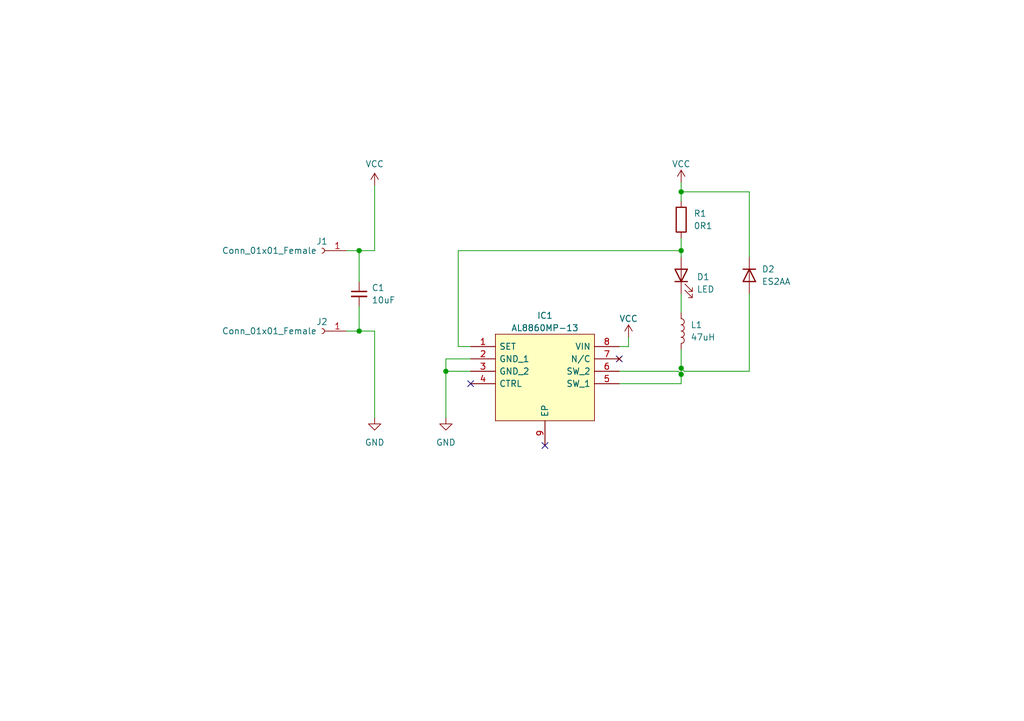
<source format=kicad_sch>
(kicad_sch (version 20211123) (generator eeschema)

  (uuid ec7c678a-5876-40cf-bb9f-ffd42ac4e6e2)

  (paper "A5")

  (lib_symbols
    (symbol "Connector:Conn_01x01_Female" (pin_names (offset 1.016) hide) (in_bom yes) (on_board yes)
      (property "Reference" "J" (id 0) (at 0 2.54 0)
        (effects (font (size 1.27 1.27)))
      )
      (property "Value" "Conn_01x01_Female" (id 1) (at 0 -2.54 0)
        (effects (font (size 1.27 1.27)))
      )
      (property "Footprint" "" (id 2) (at 0 0 0)
        (effects (font (size 1.27 1.27)) hide)
      )
      (property "Datasheet" "~" (id 3) (at 0 0 0)
        (effects (font (size 1.27 1.27)) hide)
      )
      (property "ki_keywords" "connector" (id 4) (at 0 0 0)
        (effects (font (size 1.27 1.27)) hide)
      )
      (property "ki_description" "Generic connector, single row, 01x01, script generated (kicad-library-utils/schlib/autogen/connector/)" (id 5) (at 0 0 0)
        (effects (font (size 1.27 1.27)) hide)
      )
      (property "ki_fp_filters" "Connector*:*" (id 6) (at 0 0 0)
        (effects (font (size 1.27 1.27)) hide)
      )
      (symbol "Conn_01x01_Female_1_1"
        (polyline
          (pts
            (xy -1.27 0)
            (xy -0.508 0)
          )
          (stroke (width 0.1524) (type default) (color 0 0 0 0))
          (fill (type none))
        )
        (arc (start 0 0.508) (mid -0.508 0) (end 0 -0.508)
          (stroke (width 0.1524) (type default) (color 0 0 0 0))
          (fill (type none))
        )
        (pin passive line (at -5.08 0 0) (length 3.81)
          (name "Pin_1" (effects (font (size 1.27 1.27))))
          (number "1" (effects (font (size 1.27 1.27))))
        )
      )
    )
    (symbol "Device:C_Small" (pin_numbers hide) (pin_names (offset 0.254) hide) (in_bom yes) (on_board yes)
      (property "Reference" "C" (id 0) (at 0.254 1.778 0)
        (effects (font (size 1.27 1.27)) (justify left))
      )
      (property "Value" "C_Small" (id 1) (at 0.254 -2.032 0)
        (effects (font (size 1.27 1.27)) (justify left))
      )
      (property "Footprint" "" (id 2) (at 0 0 0)
        (effects (font (size 1.27 1.27)) hide)
      )
      (property "Datasheet" "~" (id 3) (at 0 0 0)
        (effects (font (size 1.27 1.27)) hide)
      )
      (property "ki_keywords" "capacitor cap" (id 4) (at 0 0 0)
        (effects (font (size 1.27 1.27)) hide)
      )
      (property "ki_description" "Unpolarized capacitor, small symbol" (id 5) (at 0 0 0)
        (effects (font (size 1.27 1.27)) hide)
      )
      (property "ki_fp_filters" "C_*" (id 6) (at 0 0 0)
        (effects (font (size 1.27 1.27)) hide)
      )
      (symbol "C_Small_0_1"
        (polyline
          (pts
            (xy -1.524 -0.508)
            (xy 1.524 -0.508)
          )
          (stroke (width 0.3302) (type default) (color 0 0 0 0))
          (fill (type none))
        )
        (polyline
          (pts
            (xy -1.524 0.508)
            (xy 1.524 0.508)
          )
          (stroke (width 0.3048) (type default) (color 0 0 0 0))
          (fill (type none))
        )
      )
      (symbol "C_Small_1_1"
        (pin passive line (at 0 2.54 270) (length 2.032)
          (name "~" (effects (font (size 1.27 1.27))))
          (number "1" (effects (font (size 1.27 1.27))))
        )
        (pin passive line (at 0 -2.54 90) (length 2.032)
          (name "~" (effects (font (size 1.27 1.27))))
          (number "2" (effects (font (size 1.27 1.27))))
        )
      )
    )
    (symbol "Device:D" (pin_numbers hide) (pin_names (offset 1.016) hide) (in_bom yes) (on_board yes)
      (property "Reference" "D" (id 0) (at 0 2.54 0)
        (effects (font (size 1.27 1.27)))
      )
      (property "Value" "D" (id 1) (at 0 -2.54 0)
        (effects (font (size 1.27 1.27)))
      )
      (property "Footprint" "" (id 2) (at 0 0 0)
        (effects (font (size 1.27 1.27)) hide)
      )
      (property "Datasheet" "~" (id 3) (at 0 0 0)
        (effects (font (size 1.27 1.27)) hide)
      )
      (property "ki_keywords" "diode" (id 4) (at 0 0 0)
        (effects (font (size 1.27 1.27)) hide)
      )
      (property "ki_description" "Diode" (id 5) (at 0 0 0)
        (effects (font (size 1.27 1.27)) hide)
      )
      (property "ki_fp_filters" "TO-???* *_Diode_* *SingleDiode* D_*" (id 6) (at 0 0 0)
        (effects (font (size 1.27 1.27)) hide)
      )
      (symbol "D_0_1"
        (polyline
          (pts
            (xy -1.27 1.27)
            (xy -1.27 -1.27)
          )
          (stroke (width 0.254) (type default) (color 0 0 0 0))
          (fill (type none))
        )
        (polyline
          (pts
            (xy 1.27 0)
            (xy -1.27 0)
          )
          (stroke (width 0) (type default) (color 0 0 0 0))
          (fill (type none))
        )
        (polyline
          (pts
            (xy 1.27 1.27)
            (xy 1.27 -1.27)
            (xy -1.27 0)
            (xy 1.27 1.27)
          )
          (stroke (width 0.254) (type default) (color 0 0 0 0))
          (fill (type none))
        )
      )
      (symbol "D_1_1"
        (pin passive line (at -3.81 0 0) (length 2.54)
          (name "K" (effects (font (size 1.27 1.27))))
          (number "1" (effects (font (size 1.27 1.27))))
        )
        (pin passive line (at 3.81 0 180) (length 2.54)
          (name "A" (effects (font (size 1.27 1.27))))
          (number "2" (effects (font (size 1.27 1.27))))
        )
      )
    )
    (symbol "Device:L" (pin_numbers hide) (pin_names (offset 1.016) hide) (in_bom yes) (on_board yes)
      (property "Reference" "L" (id 0) (at -1.27 0 90)
        (effects (font (size 1.27 1.27)))
      )
      (property "Value" "L" (id 1) (at 1.905 0 90)
        (effects (font (size 1.27 1.27)))
      )
      (property "Footprint" "" (id 2) (at 0 0 0)
        (effects (font (size 1.27 1.27)) hide)
      )
      (property "Datasheet" "~" (id 3) (at 0 0 0)
        (effects (font (size 1.27 1.27)) hide)
      )
      (property "ki_keywords" "inductor choke coil reactor magnetic" (id 4) (at 0 0 0)
        (effects (font (size 1.27 1.27)) hide)
      )
      (property "ki_description" "Inductor" (id 5) (at 0 0 0)
        (effects (font (size 1.27 1.27)) hide)
      )
      (property "ki_fp_filters" "Choke_* *Coil* Inductor_* L_*" (id 6) (at 0 0 0)
        (effects (font (size 1.27 1.27)) hide)
      )
      (symbol "L_0_1"
        (arc (start 0 -2.54) (mid 0.635 -1.905) (end 0 -1.27)
          (stroke (width 0) (type default) (color 0 0 0 0))
          (fill (type none))
        )
        (arc (start 0 -1.27) (mid 0.635 -0.635) (end 0 0)
          (stroke (width 0) (type default) (color 0 0 0 0))
          (fill (type none))
        )
        (arc (start 0 0) (mid 0.635 0.635) (end 0 1.27)
          (stroke (width 0) (type default) (color 0 0 0 0))
          (fill (type none))
        )
        (arc (start 0 1.27) (mid 0.635 1.905) (end 0 2.54)
          (stroke (width 0) (type default) (color 0 0 0 0))
          (fill (type none))
        )
      )
      (symbol "L_1_1"
        (pin passive line (at 0 3.81 270) (length 1.27)
          (name "1" (effects (font (size 1.27 1.27))))
          (number "1" (effects (font (size 1.27 1.27))))
        )
        (pin passive line (at 0 -3.81 90) (length 1.27)
          (name "2" (effects (font (size 1.27 1.27))))
          (number "2" (effects (font (size 1.27 1.27))))
        )
      )
    )
    (symbol "Device:LED" (pin_numbers hide) (pin_names (offset 1.016) hide) (in_bom yes) (on_board yes)
      (property "Reference" "D" (id 0) (at 0 2.54 0)
        (effects (font (size 1.27 1.27)))
      )
      (property "Value" "LED" (id 1) (at 0 -2.54 0)
        (effects (font (size 1.27 1.27)))
      )
      (property "Footprint" "" (id 2) (at 0 0 0)
        (effects (font (size 1.27 1.27)) hide)
      )
      (property "Datasheet" "~" (id 3) (at 0 0 0)
        (effects (font (size 1.27 1.27)) hide)
      )
      (property "ki_keywords" "LED diode" (id 4) (at 0 0 0)
        (effects (font (size 1.27 1.27)) hide)
      )
      (property "ki_description" "Light emitting diode" (id 5) (at 0 0 0)
        (effects (font (size 1.27 1.27)) hide)
      )
      (property "ki_fp_filters" "LED* LED_SMD:* LED_THT:*" (id 6) (at 0 0 0)
        (effects (font (size 1.27 1.27)) hide)
      )
      (symbol "LED_0_1"
        (polyline
          (pts
            (xy -1.27 -1.27)
            (xy -1.27 1.27)
          )
          (stroke (width 0.254) (type default) (color 0 0 0 0))
          (fill (type none))
        )
        (polyline
          (pts
            (xy -1.27 0)
            (xy 1.27 0)
          )
          (stroke (width 0) (type default) (color 0 0 0 0))
          (fill (type none))
        )
        (polyline
          (pts
            (xy 1.27 -1.27)
            (xy 1.27 1.27)
            (xy -1.27 0)
            (xy 1.27 -1.27)
          )
          (stroke (width 0.254) (type default) (color 0 0 0 0))
          (fill (type none))
        )
        (polyline
          (pts
            (xy -3.048 -0.762)
            (xy -4.572 -2.286)
            (xy -3.81 -2.286)
            (xy -4.572 -2.286)
            (xy -4.572 -1.524)
          )
          (stroke (width 0) (type default) (color 0 0 0 0))
          (fill (type none))
        )
        (polyline
          (pts
            (xy -1.778 -0.762)
            (xy -3.302 -2.286)
            (xy -2.54 -2.286)
            (xy -3.302 -2.286)
            (xy -3.302 -1.524)
          )
          (stroke (width 0) (type default) (color 0 0 0 0))
          (fill (type none))
        )
      )
      (symbol "LED_1_1"
        (pin passive line (at -3.81 0 0) (length 2.54)
          (name "K" (effects (font (size 1.27 1.27))))
          (number "1" (effects (font (size 1.27 1.27))))
        )
        (pin passive line (at 3.81 0 180) (length 2.54)
          (name "A" (effects (font (size 1.27 1.27))))
          (number "2" (effects (font (size 1.27 1.27))))
        )
      )
    )
    (symbol "Device:R" (pin_numbers hide) (pin_names (offset 0)) (in_bom yes) (on_board yes)
      (property "Reference" "R" (id 0) (at 2.032 0 90)
        (effects (font (size 1.27 1.27)))
      )
      (property "Value" "R" (id 1) (at 0 0 90)
        (effects (font (size 1.27 1.27)))
      )
      (property "Footprint" "" (id 2) (at -1.778 0 90)
        (effects (font (size 1.27 1.27)) hide)
      )
      (property "Datasheet" "~" (id 3) (at 0 0 0)
        (effects (font (size 1.27 1.27)) hide)
      )
      (property "ki_keywords" "R res resistor" (id 4) (at 0 0 0)
        (effects (font (size 1.27 1.27)) hide)
      )
      (property "ki_description" "Resistor" (id 5) (at 0 0 0)
        (effects (font (size 1.27 1.27)) hide)
      )
      (property "ki_fp_filters" "R_*" (id 6) (at 0 0 0)
        (effects (font (size 1.27 1.27)) hide)
      )
      (symbol "R_0_1"
        (rectangle (start -1.016 -2.54) (end 1.016 2.54)
          (stroke (width 0.254) (type default) (color 0 0 0 0))
          (fill (type none))
        )
      )
      (symbol "R_1_1"
        (pin passive line (at 0 3.81 270) (length 1.27)
          (name "~" (effects (font (size 1.27 1.27))))
          (number "1" (effects (font (size 1.27 1.27))))
        )
        (pin passive line (at 0 -3.81 90) (length 1.27)
          (name "~" (effects (font (size 1.27 1.27))))
          (number "2" (effects (font (size 1.27 1.27))))
        )
      )
    )
    (symbol "New_Library:AL8860MP-13" (pin_names (offset 0.762)) (in_bom yes) (on_board yes)
      (property "Reference" "IC" (id 0) (at 26.67 7.62 0)
        (effects (font (size 1.27 1.27)) (justify left))
      )
      (property "Value" "AL8860MP-13" (id 1) (at 26.67 5.08 0)
        (effects (font (size 1.27 1.27)) (justify left))
      )
      (property "Footprint" "SOP65P490X110-9N" (id 2) (at 33.655 1.905 0)
        (effects (font (size 1.27 1.27)) (justify left) hide)
      )
      (property "Datasheet" "https://componentsearchengine.com/Datasheets/1/AL8860MP-13.pdf" (id 3) (at 33.655 0 0)
        (effects (font (size 1.27 1.27)) (justify left) hide)
      )
      (property "Description" "LED Lighting Drivers LED MV Int Switch" (id 4) (at 33.655 -2.54 0)
        (effects (font (size 1.27 1.27)) (justify left) hide)
      )
      (property "Manufacturer_Name" "Diodes Inc." (id 5) (at 33.655 -5.08 0)
        (effects (font (size 1.27 1.27)) (justify left) hide)
      )
      (property "Manufacturer_Part_Number" "AL8860MP-13" (id 6) (at 33.655 -7.62 0)
        (effects (font (size 1.27 1.27)) (justify left) hide)
      )
      (property "ki_description" "LED Lighting Drivers LED MV Int Switch" (id 7) (at 0 0 0)
        (effects (font (size 1.27 1.27)) hide)
      )
      (symbol "AL8860MP-13_0_0"
        (pin input line (at 0 0 0) (length 5.08)
          (name "SET" (effects (font (size 1.27 1.27))))
          (number "1" (effects (font (size 1.27 1.27))))
        )
        (pin power_in line (at 0 -2.54 0) (length 5.08)
          (name "GND_1" (effects (font (size 1.27 1.27))))
          (number "2" (effects (font (size 1.27 1.27))))
        )
        (pin power_in line (at 0 -5.08 0) (length 5.08)
          (name "GND_2" (effects (font (size 1.27 1.27))))
          (number "3" (effects (font (size 1.27 1.27))))
        )
        (pin input line (at 0 -7.62 0) (length 5.08)
          (name "CTRL" (effects (font (size 1.27 1.27))))
          (number "4" (effects (font (size 1.27 1.27))))
        )
        (pin passive line (at 30.48 -7.62 180) (length 5.08)
          (name "SW_1" (effects (font (size 1.27 1.27))))
          (number "5" (effects (font (size 1.27 1.27))))
        )
        (pin passive line (at 30.48 -5.08 180) (length 5.08)
          (name "SW_2" (effects (font (size 1.27 1.27))))
          (number "6" (effects (font (size 1.27 1.27))))
        )
        (pin no_connect line (at 30.48 -2.54 180) (length 5.08)
          (name "N/C" (effects (font (size 1.27 1.27))))
          (number "7" (effects (font (size 1.27 1.27))))
        )
        (pin power_in line (at 30.48 0 180) (length 5.08)
          (name "VIN" (effects (font (size 1.27 1.27))))
          (number "8" (effects (font (size 1.27 1.27))))
        )
        (pin passive line (at 15.24 -20.32 90) (length 5.08)
          (name "EP" (effects (font (size 1.27 1.27))))
          (number "9" (effects (font (size 1.27 1.27))))
        )
      )
      (symbol "AL8860MP-13_0_1"
        (polyline
          (pts
            (xy 5.08 2.54)
            (xy 25.4 2.54)
            (xy 25.4 -15.24)
            (xy 5.08 -15.24)
            (xy 5.08 2.54)
          )
          (stroke (width 0.1524) (type default) (color 0 0 0 0))
          (fill (type background))
        )
      )
    )
    (symbol "power:GND" (power) (pin_names (offset 0)) (in_bom yes) (on_board yes)
      (property "Reference" "#PWR" (id 0) (at 0 -6.35 0)
        (effects (font (size 1.27 1.27)) hide)
      )
      (property "Value" "GND" (id 1) (at 0 -3.81 0)
        (effects (font (size 1.27 1.27)))
      )
      (property "Footprint" "" (id 2) (at 0 0 0)
        (effects (font (size 1.27 1.27)) hide)
      )
      (property "Datasheet" "" (id 3) (at 0 0 0)
        (effects (font (size 1.27 1.27)) hide)
      )
      (property "ki_keywords" "power-flag" (id 4) (at 0 0 0)
        (effects (font (size 1.27 1.27)) hide)
      )
      (property "ki_description" "Power symbol creates a global label with name \"GND\" , ground" (id 5) (at 0 0 0)
        (effects (font (size 1.27 1.27)) hide)
      )
      (symbol "GND_0_1"
        (polyline
          (pts
            (xy 0 0)
            (xy 0 -1.27)
            (xy 1.27 -1.27)
            (xy 0 -2.54)
            (xy -1.27 -1.27)
            (xy 0 -1.27)
          )
          (stroke (width 0) (type default) (color 0 0 0 0))
          (fill (type none))
        )
      )
      (symbol "GND_1_1"
        (pin power_in line (at 0 0 270) (length 0) hide
          (name "GND" (effects (font (size 1.27 1.27))))
          (number "1" (effects (font (size 1.27 1.27))))
        )
      )
    )
    (symbol "power:VCC" (power) (pin_names (offset 0)) (in_bom yes) (on_board yes)
      (property "Reference" "#PWR" (id 0) (at 0 -3.81 0)
        (effects (font (size 1.27 1.27)) hide)
      )
      (property "Value" "VCC" (id 1) (at 0 3.81 0)
        (effects (font (size 1.27 1.27)))
      )
      (property "Footprint" "" (id 2) (at 0 0 0)
        (effects (font (size 1.27 1.27)) hide)
      )
      (property "Datasheet" "" (id 3) (at 0 0 0)
        (effects (font (size 1.27 1.27)) hide)
      )
      (property "ki_keywords" "power-flag" (id 4) (at 0 0 0)
        (effects (font (size 1.27 1.27)) hide)
      )
      (property "ki_description" "Power symbol creates a global label with name \"VCC\"" (id 5) (at 0 0 0)
        (effects (font (size 1.27 1.27)) hide)
      )
      (symbol "VCC_0_1"
        (polyline
          (pts
            (xy -0.762 1.27)
            (xy 0 2.54)
          )
          (stroke (width 0) (type default) (color 0 0 0 0))
          (fill (type none))
        )
        (polyline
          (pts
            (xy 0 0)
            (xy 0 2.54)
          )
          (stroke (width 0) (type default) (color 0 0 0 0))
          (fill (type none))
        )
        (polyline
          (pts
            (xy 0 2.54)
            (xy 0.762 1.27)
          )
          (stroke (width 0) (type default) (color 0 0 0 0))
          (fill (type none))
        )
      )
      (symbol "VCC_1_1"
        (pin power_in line (at 0 0 90) (length 0) hide
          (name "VCC" (effects (font (size 1.27 1.27))))
          (number "1" (effects (font (size 1.27 1.27))))
        )
      )
    )
  )

  (junction (at 91.44 76.2) (diameter 0) (color 0 0 0 0)
    (uuid 02887cdb-ff8e-4a78-a920-cde114f2de13)
  )
  (junction (at 139.7 75.565) (diameter 0) (color 0 0 0 0)
    (uuid 2df69ae3-078f-4491-9c67-b71d78f2e78d)
  )
  (junction (at 139.7 76.835) (diameter 0) (color 0 0 0 0)
    (uuid 6f2b9cb8-cf5d-43a8-88a7-251d31613296)
  )
  (junction (at 139.7 39.37) (diameter 0) (color 0 0 0 0)
    (uuid 8f321d37-0955-43f3-85e3-b74a3eaf5658)
  )
  (junction (at 139.7 51.435) (diameter 0) (color 0 0 0 0)
    (uuid 9ceade32-6cac-4af1-b4fc-1271654d8aa2)
  )
  (junction (at 73.66 67.945) (diameter 0) (color 0 0 0 0)
    (uuid a85bd1ea-e5c9-4322-8722-fd0dd8bb5299)
  )
  (junction (at 73.66 51.435) (diameter 0) (color 0 0 0 0)
    (uuid aeb3c865-b572-4033-b8d3-18d1fc7955d8)
  )

  (no_connect (at 111.76 91.44) (uuid ac86cded-e967-4ea0-8352-a50b08836111))
  (no_connect (at 127 73.66) (uuid ba758345-661f-4f02-930e-dd38af319909))
  (no_connect (at 96.52 78.74) (uuid f4cd5f88-4879-4ad6-b7ce-8b6e8ad06c59))

  (wire (pts (xy 96.52 76.2) (xy 91.44 76.2))
    (stroke (width 0) (type default) (color 0 0 0 0))
    (uuid 010fcc06-61ad-4a65-99a0-3d411b774f9a)
  )
  (wire (pts (xy 127 78.74) (xy 139.7 78.74))
    (stroke (width 0) (type default) (color 0 0 0 0))
    (uuid 16a449ad-ca6d-4434-9006-edc11b41884d)
  )
  (wire (pts (xy 139.7 48.895) (xy 139.7 51.435))
    (stroke (width 0) (type default) (color 0 0 0 0))
    (uuid 190da671-97b6-4880-82f0-7cb005466ab6)
  )
  (wire (pts (xy 93.98 51.435) (xy 139.7 51.435))
    (stroke (width 0) (type default) (color 0 0 0 0))
    (uuid 1b49474b-bf0a-40a5-a1e4-2ce35a82fe1b)
  )
  (wire (pts (xy 93.98 71.12) (xy 93.98 51.435))
    (stroke (width 0) (type default) (color 0 0 0 0))
    (uuid 1f1e66a9-7e33-4a84-89bc-86b718aef225)
  )
  (wire (pts (xy 76.835 51.435) (xy 73.66 51.435))
    (stroke (width 0) (type default) (color 0 0 0 0))
    (uuid 2c4a4f4e-d4d5-413a-89b6-fcd76ec93bff)
  )
  (wire (pts (xy 127 76.2) (xy 139.065 76.2))
    (stroke (width 0) (type default) (color 0 0 0 0))
    (uuid 3919503f-87b1-4db4-952b-15b0387c2bca)
  )
  (wire (pts (xy 139.7 37.465) (xy 139.7 39.37))
    (stroke (width 0) (type default) (color 0 0 0 0))
    (uuid 3daedf47-164d-4e92-ab5d-7b2f6bb9383a)
  )
  (wire (pts (xy 139.7 60.325) (xy 139.7 64.135))
    (stroke (width 0) (type default) (color 0 0 0 0))
    (uuid 410b87c2-54a3-4091-92ae-7804cc40b32b)
  )
  (wire (pts (xy 73.66 51.435) (xy 73.66 57.785))
    (stroke (width 0) (type default) (color 0 0 0 0))
    (uuid 42d105a3-e329-4892-b516-e7fb10dd6f70)
  )
  (wire (pts (xy 139.7 76.835) (xy 139.065 76.2))
    (stroke (width 0) (type default) (color 0 0 0 0))
    (uuid 47398ca6-cce5-401d-9a60-e3e1248ee77a)
  )
  (wire (pts (xy 139.7 71.755) (xy 139.7 75.565))
    (stroke (width 0) (type default) (color 0 0 0 0))
    (uuid 4b813b9f-e676-4ffa-91d4-50c783639b1a)
  )
  (wire (pts (xy 139.7 39.37) (xy 153.67 39.37))
    (stroke (width 0) (type default) (color 0 0 0 0))
    (uuid 57cb8c0f-ec41-4967-b966-438bb3058ba9)
  )
  (wire (pts (xy 91.44 76.2) (xy 91.44 85.725))
    (stroke (width 0) (type default) (color 0 0 0 0))
    (uuid 5bedc7af-4de3-451b-8ef9-c3ac4202f763)
  )
  (wire (pts (xy 76.835 85.725) (xy 76.835 67.945))
    (stroke (width 0) (type default) (color 0 0 0 0))
    (uuid 5e61aceb-d36d-45a6-9ff8-98facf5a1ce5)
  )
  (wire (pts (xy 139.7 39.37) (xy 139.7 41.275))
    (stroke (width 0) (type default) (color 0 0 0 0))
    (uuid 60136237-b468-4d21-8c30-e4d3858c0e89)
  )
  (wire (pts (xy 139.7 75.565) (xy 140.335 76.2))
    (stroke (width 0) (type default) (color 0 0 0 0))
    (uuid 6a07d6a4-6b10-44eb-876b-9ab2febfcc2c)
  )
  (wire (pts (xy 153.67 60.325) (xy 153.67 76.2))
    (stroke (width 0) (type default) (color 0 0 0 0))
    (uuid 772ddadf-2f2f-444b-95c2-6850aefa23c9)
  )
  (wire (pts (xy 139.7 75.565) (xy 139.7 76.835))
    (stroke (width 0) (type default) (color 0 0 0 0))
    (uuid 80dbd561-c573-4b43-b6de-2747a5d4d984)
  )
  (wire (pts (xy 153.67 39.37) (xy 153.67 52.705))
    (stroke (width 0) (type default) (color 0 0 0 0))
    (uuid 85688dc2-2065-4547-be91-07a5cb7ec6b8)
  )
  (wire (pts (xy 96.52 71.12) (xy 93.98 71.12))
    (stroke (width 0) (type default) (color 0 0 0 0))
    (uuid 8e01b86b-0361-4ba3-a179-d1ce3677e513)
  )
  (wire (pts (xy 76.835 67.945) (xy 73.66 67.945))
    (stroke (width 0) (type default) (color 0 0 0 0))
    (uuid 9a56147a-2a71-4e4e-b4dc-d6b5d66fc805)
  )
  (wire (pts (xy 140.335 76.2) (xy 153.67 76.2))
    (stroke (width 0) (type default) (color 0 0 0 0))
    (uuid 9d3d02d7-7acb-44b4-b97b-5b32b6caea50)
  )
  (wire (pts (xy 128.905 71.12) (xy 128.905 69.215))
    (stroke (width 0) (type default) (color 0 0 0 0))
    (uuid a1ff683b-4c67-4c27-ad5e-81ae232f990c)
  )
  (wire (pts (xy 73.66 62.865) (xy 73.66 67.945))
    (stroke (width 0) (type default) (color 0 0 0 0))
    (uuid a6ee88d4-ff5d-44f7-8ea3-0db18f312e6c)
  )
  (wire (pts (xy 71.12 51.435) (xy 73.66 51.435))
    (stroke (width 0) (type default) (color 0 0 0 0))
    (uuid ae826be4-0bbd-4c55-b92d-a0f71b5b131c)
  )
  (wire (pts (xy 71.12 67.945) (xy 73.66 67.945))
    (stroke (width 0) (type default) (color 0 0 0 0))
    (uuid ba814bc0-eb51-4e91-b845-327bf7759ce1)
  )
  (wire (pts (xy 76.835 38.1) (xy 76.835 51.435))
    (stroke (width 0) (type default) (color 0 0 0 0))
    (uuid bcbf09ac-ca51-4dce-b7d9-5f334b981157)
  )
  (wire (pts (xy 139.7 51.435) (xy 139.7 52.705))
    (stroke (width 0) (type default) (color 0 0 0 0))
    (uuid befdebb9-3c9e-4566-ba12-0ea84765a16d)
  )
  (wire (pts (xy 96.52 73.66) (xy 91.44 73.66))
    (stroke (width 0) (type default) (color 0 0 0 0))
    (uuid cb7a0515-286c-4efc-be20-9021f88b3349)
  )
  (wire (pts (xy 139.7 76.835) (xy 139.7 78.74))
    (stroke (width 0) (type default) (color 0 0 0 0))
    (uuid d103ebce-6f16-4f19-add9-4857befcd66c)
  )
  (wire (pts (xy 127 71.12) (xy 128.905 71.12))
    (stroke (width 0) (type default) (color 0 0 0 0))
    (uuid d1e2bcdd-3e40-45ba-bcd4-a3ac8c965db9)
  )
  (wire (pts (xy 91.44 73.66) (xy 91.44 76.2))
    (stroke (width 0) (type default) (color 0 0 0 0))
    (uuid f8dbe578-62c7-4593-9959-e35883ec1bc5)
  )

  (symbol (lib_id "Connector:Conn_01x01_Female") (at 66.04 51.435 180) (unit 1)
    (in_bom yes) (on_board yes)
    (uuid 1acebe74-3c40-4dc9-b466-36256f00b6ab)
    (property "Reference" "J1" (id 0) (at 66.04 49.53 0))
    (property "Value" "Conn_01x01_Female" (id 1) (at 55.245 51.435 0))
    (property "Footprint" "" (id 2) (at 66.04 51.435 0)
      (effects (font (size 1.27 1.27)) hide)
    )
    (property "Datasheet" "~" (id 3) (at 66.04 51.435 0)
      (effects (font (size 1.27 1.27)) hide)
    )
    (pin "1" (uuid e88521b4-4eb3-4532-8b25-c66e9bb53252))
  )

  (symbol (lib_id "power:GND") (at 91.44 85.725 0) (unit 1)
    (in_bom yes) (on_board yes) (fields_autoplaced)
    (uuid 25fb71f1-81bb-4b68-a719-03ba674d0678)
    (property "Reference" "#PWR03" (id 0) (at 91.44 92.075 0)
      (effects (font (size 1.27 1.27)) hide)
    )
    (property "Value" "GND" (id 1) (at 91.44 90.805 0))
    (property "Footprint" "" (id 2) (at 91.44 85.725 0)
      (effects (font (size 1.27 1.27)) hide)
    )
    (property "Datasheet" "" (id 3) (at 91.44 85.725 0)
      (effects (font (size 1.27 1.27)) hide)
    )
    (pin "1" (uuid 429bf965-d811-4be6-b725-d87de3033660))
  )

  (symbol (lib_id "Device:LED") (at 139.7 56.515 90) (unit 1)
    (in_bom yes) (on_board yes) (fields_autoplaced)
    (uuid 2b0763a2-954c-49a2-8338-5709bd3a72d4)
    (property "Reference" "D1" (id 0) (at 142.875 56.8324 90)
      (effects (font (size 1.27 1.27)) (justify right))
    )
    (property "Value" "LED" (id 1) (at 142.875 59.3724 90)
      (effects (font (size 1.27 1.27)) (justify right))
    )
    (property "Footprint" "" (id 2) (at 139.7 56.515 0)
      (effects (font (size 1.27 1.27)) hide)
    )
    (property "Datasheet" "~" (id 3) (at 139.7 56.515 0)
      (effects (font (size 1.27 1.27)) hide)
    )
    (pin "1" (uuid 1163438c-e368-431f-9e72-df4cfdf4da6f))
    (pin "2" (uuid 38afe177-d049-4859-a86f-d17ba26d0a22))
  )

  (symbol (lib_id "power:VCC") (at 76.835 38.1 0) (unit 1)
    (in_bom yes) (on_board yes)
    (uuid 43fcefd5-934c-48ea-ab3a-dc929705cdb1)
    (property "Reference" "#PWR01" (id 0) (at 76.835 41.91 0)
      (effects (font (size 1.27 1.27)) hide)
    )
    (property "Value" "VCC" (id 1) (at 76.835 33.655 0))
    (property "Footprint" "" (id 2) (at 76.835 38.1 0)
      (effects (font (size 1.27 1.27)) hide)
    )
    (property "Datasheet" "" (id 3) (at 76.835 38.1 0)
      (effects (font (size 1.27 1.27)) hide)
    )
    (pin "1" (uuid 2e96e333-dadf-41a0-ab0e-69f886743846))
  )

  (symbol (lib_id "power:GND") (at 76.835 85.725 0) (unit 1)
    (in_bom yes) (on_board yes) (fields_autoplaced)
    (uuid 5c6c4ed0-7582-4d3d-92ac-3778307a0cf7)
    (property "Reference" "#PWR02" (id 0) (at 76.835 92.075 0)
      (effects (font (size 1.27 1.27)) hide)
    )
    (property "Value" "GND" (id 1) (at 76.835 90.805 0))
    (property "Footprint" "" (id 2) (at 76.835 85.725 0)
      (effects (font (size 1.27 1.27)) hide)
    )
    (property "Datasheet" "" (id 3) (at 76.835 85.725 0)
      (effects (font (size 1.27 1.27)) hide)
    )
    (pin "1" (uuid 0fbd53d6-fcc3-416d-bd1c-580ff9b2ff3a))
  )

  (symbol (lib_id "Device:C_Small") (at 73.66 60.325 0) (unit 1)
    (in_bom yes) (on_board yes) (fields_autoplaced)
    (uuid 6794f4dc-322b-48bc-b286-595cada76661)
    (property "Reference" "C1" (id 0) (at 76.2 59.0612 0)
      (effects (font (size 1.27 1.27)) (justify left))
    )
    (property "Value" "10uF" (id 1) (at 76.2 61.6012 0)
      (effects (font (size 1.27 1.27)) (justify left))
    )
    (property "Footprint" "" (id 2) (at 73.66 60.325 0)
      (effects (font (size 1.27 1.27)) hide)
    )
    (property "Datasheet" "CL31A106KAHNNNE" (id 3) (at 73.66 60.325 0)
      (effects (font (size 1.27 1.27)) hide)
    )
    (pin "1" (uuid b6b82e9d-df51-4369-b1ed-bd9903a0821e))
    (pin "2" (uuid 61c967aa-2bd5-4817-b960-6baef1ddf64b))
  )

  (symbol (lib_id "power:VCC") (at 128.905 69.215 0) (unit 1)
    (in_bom yes) (on_board yes)
    (uuid 68d6d8a2-15c4-4e55-aeb2-1aebdb41dd78)
    (property "Reference" "#PWR04" (id 0) (at 128.905 73.025 0)
      (effects (font (size 1.27 1.27)) hide)
    )
    (property "Value" "VCC" (id 1) (at 128.905 65.405 0))
    (property "Footprint" "" (id 2) (at 128.905 69.215 0)
      (effects (font (size 1.27 1.27)) hide)
    )
    (property "Datasheet" "" (id 3) (at 128.905 69.215 0)
      (effects (font (size 1.27 1.27)) hide)
    )
    (pin "1" (uuid 7e6d60b3-435d-4e08-8918-6b9661990838))
  )

  (symbol (lib_id "power:VCC") (at 139.7 37.465 0) (unit 1)
    (in_bom yes) (on_board yes)
    (uuid 8018145a-6baf-4f57-86b3-cd4570bbf35b)
    (property "Reference" "#PWR05" (id 0) (at 139.7 41.275 0)
      (effects (font (size 1.27 1.27)) hide)
    )
    (property "Value" "VCC" (id 1) (at 139.7 33.655 0))
    (property "Footprint" "" (id 2) (at 139.7 37.465 0)
      (effects (font (size 1.27 1.27)) hide)
    )
    (property "Datasheet" "" (id 3) (at 139.7 37.465 0)
      (effects (font (size 1.27 1.27)) hide)
    )
    (pin "1" (uuid fdde3eb2-5e95-4ec9-85c7-424dbe59bd46))
  )

  (symbol (lib_id "Connector:Conn_01x01_Female") (at 66.04 67.945 180) (unit 1)
    (in_bom yes) (on_board yes)
    (uuid a0da3e76-e6b5-49d0-88f4-1aea14ac7283)
    (property "Reference" "J2" (id 0) (at 66.04 66.04 0))
    (property "Value" "Conn_01x01_Female" (id 1) (at 55.245 67.945 0))
    (property "Footprint" "" (id 2) (at 66.04 67.945 0)
      (effects (font (size 1.27 1.27)) hide)
    )
    (property "Datasheet" "~" (id 3) (at 66.04 67.945 0)
      (effects (font (size 1.27 1.27)) hide)
    )
    (pin "1" (uuid 4946b71e-10f3-4561-8dac-ba7f0610488a))
  )

  (symbol (lib_id "Device:D") (at 153.67 56.515 270) (unit 1)
    (in_bom yes) (on_board yes) (fields_autoplaced)
    (uuid e1f5a65d-d413-40a6-9519-3a44510ca40f)
    (property "Reference" "D2" (id 0) (at 156.21 55.2449 90)
      (effects (font (size 1.27 1.27)) (justify left))
    )
    (property "Value" "ES2AA" (id 1) (at 156.21 57.7849 90)
      (effects (font (size 1.27 1.27)) (justify left))
    )
    (property "Footprint" "" (id 2) (at 153.67 56.515 0)
      (effects (font (size 1.27 1.27)) hide)
    )
    (property "Datasheet" "~" (id 3) (at 153.67 56.515 0)
      (effects (font (size 1.27 1.27)) hide)
    )
    (pin "1" (uuid 7574acaa-000b-486a-9ddd-8550e86e9d60))
    (pin "2" (uuid 39f5543f-9009-43d1-b355-cd1a71bd52be))
  )

  (symbol (lib_id "New_Library:AL8860MP-13") (at 96.52 71.12 0) (unit 1)
    (in_bom yes) (on_board yes)
    (uuid e36edc4d-4650-4844-9af5-0f7af1dc5f7f)
    (property "Reference" "IC1" (id 0) (at 111.76 64.77 0))
    (property "Value" "AL8860MP-13" (id 1) (at 111.76 67.31 0))
    (property "Footprint" "SOP65P490X110-9N" (id 2) (at 130.175 69.215 0)
      (effects (font (size 1.27 1.27)) (justify left) hide)
    )
    (property "Datasheet" "https://componentsearchengine.com/Datasheets/1/AL8860MP-13.pdf" (id 3) (at 130.175 71.12 0)
      (effects (font (size 1.27 1.27)) (justify left) hide)
    )
    (property "Description" "LED Lighting Drivers LED MV Int Switch" (id 4) (at 130.175 73.66 0)
      (effects (font (size 1.27 1.27)) (justify left) hide)
    )
    (property "Manufacturer_Name" "Diodes Inc." (id 5) (at 130.175 76.2 0)
      (effects (font (size 1.27 1.27)) (justify left) hide)
    )
    (property "Manufacturer_Part_Number" "AL8860MP-13" (id 6) (at 130.175 78.74 0)
      (effects (font (size 1.27 1.27)) (justify left) hide)
    )
    (pin "1" (uuid 6a5a5914-65e5-4376-a5eb-7a10f8ff60bd))
    (pin "2" (uuid 122cdb4f-5646-4201-9276-144963c60ec4))
    (pin "3" (uuid 63590dc4-34ad-48c7-b93d-5ebbc3312144))
    (pin "4" (uuid 08f92c0a-3d64-47fd-9c70-b8cf34a5269f))
    (pin "5" (uuid 9a7be9f9-43da-4392-b34d-707141dcb8c5))
    (pin "6" (uuid e33efc11-f623-4312-b1c5-e10486d16de0))
    (pin "7" (uuid d6b117fc-e0ec-4331-bb96-910a11a69c84))
    (pin "8" (uuid 8ede15af-42de-4f4c-9fad-45848bf9b422))
    (pin "9" (uuid 44839b59-4f15-46be-b2a0-228b69bb319f))
  )

  (symbol (lib_id "Device:R") (at 139.7 45.085 0) (unit 1)
    (in_bom yes) (on_board yes) (fields_autoplaced)
    (uuid e9f4b595-e0c8-4999-8b04-6796574dbe0b)
    (property "Reference" "R1" (id 0) (at 142.24 43.8149 0)
      (effects (font (size 1.27 1.27)) (justify left))
    )
    (property "Value" "0R1" (id 1) (at 142.24 46.3549 0)
      (effects (font (size 1.27 1.27)) (justify left))
    )
    (property "Footprint" "" (id 2) (at 137.922 45.085 90)
      (effects (font (size 1.27 1.27)) hide)
    )
    (property "Datasheet" "~" (id 3) (at 139.7 45.085 0)
      (effects (font (size 1.27 1.27)) hide)
    )
    (pin "1" (uuid 07d6e658-ac53-4584-8455-167f4bef0f48))
    (pin "2" (uuid 24bbc966-3300-43e6-a579-be102897d641))
  )

  (symbol (lib_id "Device:L") (at 139.7 67.945 0) (unit 1)
    (in_bom yes) (on_board yes) (fields_autoplaced)
    (uuid ea59c87c-0741-49c5-b549-ad331b0c7bd4)
    (property "Reference" "L1" (id 0) (at 141.605 66.6749 0)
      (effects (font (size 1.27 1.27)) (justify left))
    )
    (property "Value" "47uH" (id 1) (at 141.605 69.2149 0)
      (effects (font (size 1.27 1.27)) (justify left))
    )
    (property "Footprint" "" (id 2) (at 139.7 67.945 0)
      (effects (font (size 1.27 1.27)) hide)
    )
    (property "Datasheet" "~" (id 3) (at 139.7 67.945 0)
      (effects (font (size 1.27 1.27)) hide)
    )
    (pin "1" (uuid ea47c525-31a8-4d69-925d-e251511baed4))
    (pin "2" (uuid 050a08de-af09-4133-9f16-7988b2b6bf66))
  )

  (sheet_instances
    (path "/" (page "1"))
  )

  (symbol_instances
    (path "/43fcefd5-934c-48ea-ab3a-dc929705cdb1"
      (reference "#PWR01") (unit 1) (value "VCC") (footprint "")
    )
    (path "/5c6c4ed0-7582-4d3d-92ac-3778307a0cf7"
      (reference "#PWR02") (unit 1) (value "GND") (footprint "")
    )
    (path "/25fb71f1-81bb-4b68-a719-03ba674d0678"
      (reference "#PWR03") (unit 1) (value "GND") (footprint "")
    )
    (path "/68d6d8a2-15c4-4e55-aeb2-1aebdb41dd78"
      (reference "#PWR04") (unit 1) (value "VCC") (footprint "")
    )
    (path "/8018145a-6baf-4f57-86b3-cd4570bbf35b"
      (reference "#PWR05") (unit 1) (value "VCC") (footprint "")
    )
    (path "/6794f4dc-322b-48bc-b286-595cada76661"
      (reference "C1") (unit 1) (value "10uF") (footprint "")
    )
    (path "/2b0763a2-954c-49a2-8338-5709bd3a72d4"
      (reference "D1") (unit 1) (value "LED") (footprint "")
    )
    (path "/e1f5a65d-d413-40a6-9519-3a44510ca40f"
      (reference "D2") (unit 1) (value "ES2AA") (footprint "")
    )
    (path "/e36edc4d-4650-4844-9af5-0f7af1dc5f7f"
      (reference "IC1") (unit 1) (value "AL8860MP-13") (footprint "SOP65P490X110-9N")
    )
    (path "/1acebe74-3c40-4dc9-b466-36256f00b6ab"
      (reference "J1") (unit 1) (value "Conn_01x01_Female") (footprint "")
    )
    (path "/a0da3e76-e6b5-49d0-88f4-1aea14ac7283"
      (reference "J2") (unit 1) (value "Conn_01x01_Female") (footprint "")
    )
    (path "/ea59c87c-0741-49c5-b549-ad331b0c7bd4"
      (reference "L1") (unit 1) (value "47uH") (footprint "")
    )
    (path "/e9f4b595-e0c8-4999-8b04-6796574dbe0b"
      (reference "R1") (unit 1) (value "0R1") (footprint "")
    )
  )
)

</source>
